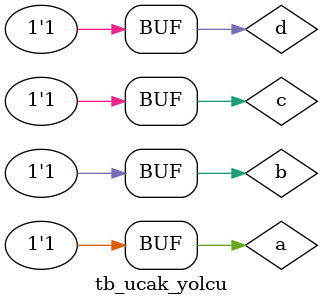
<source format=v>
`timescale 1ns / 1ps


module tb_ucak_yolcu();

    reg a, b, c, d;
    wire[1:0] bek;
    wire k;
    
    ucak_yolcu uut(
        .a(a),
        .b(b),
        .c(c),
        .d(d),
        .bek(bek),
        .k(k)
    );
    
    initial begin
    a= 1'd0;
    b= 1'd0;
    c= 1'd0;
    d= 1'd0;
    #50
    a= 1'd1;
    b= 1'd0;
    c= 1'd0;
    d= 1'd0;
    #50
    a= 1'd1;
    b= 1'd1;
    c= 1'd0;
    d= 1'd0;
    #50
    a= 1'd1;
    b= 1'd1;
    c= 1'd1;
    d= 1'd0;
    #50
    a= 1'd1;
    b= 1'd1;
    c= 1'd1;
    d= 1'd1;
    end
endmodule

</source>
